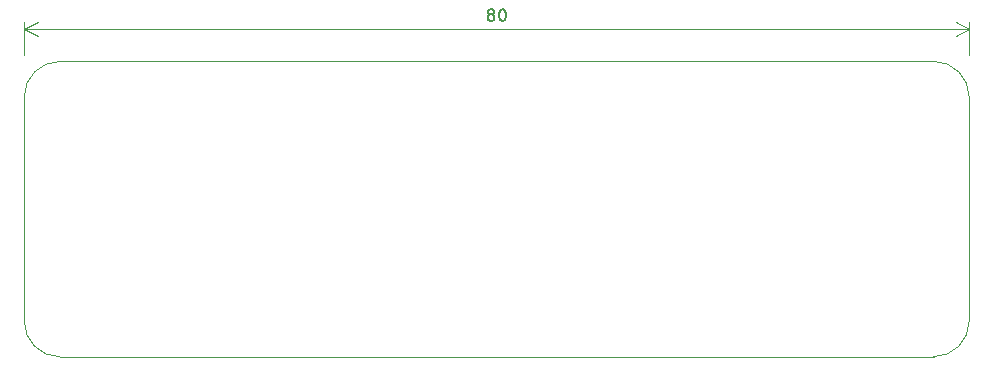
<source format=gbr>
%TF.GenerationSoftware,KiCad,Pcbnew,9.0.7*%
%TF.CreationDate,2026-02-18T00:38:32-05:00*%
%TF.ProjectId,RedPink_STM32C09_Board,52656450-696e-46b5-9f53-544d33324330,rev?*%
%TF.SameCoordinates,Original*%
%TF.FileFunction,Profile,NP*%
%FSLAX46Y46*%
G04 Gerber Fmt 4.6, Leading zero omitted, Abs format (unit mm)*
G04 Created by KiCad (PCBNEW 9.0.7) date 2026-02-18 00:38:32*
%MOMM*%
%LPD*%
G01*
G04 APERTURE LIST*
%TA.AperFunction,Profile*%
%ADD10C,0.100000*%
%TD*%
%ADD11C,0.150000*%
%TA.AperFunction,Profile*%
%ADD12C,0.050000*%
%TD*%
G04 APERTURE END LIST*
D10*
X114750000Y-80000000D02*
G75*
G02*
X111750000Y-77000000I0J3000000D01*
G01*
X111750000Y-58000000D02*
G75*
G02*
X114750000Y-55000000I3000000J0D01*
G01*
X191750000Y-77000000D02*
G75*
G02*
X188750000Y-80000000I-3000000J0D01*
G01*
X188750000Y-55000000D02*
G75*
G02*
X191750000Y-58000000I0J-3000000D01*
G01*
X111750000Y-77000000D02*
X111750000Y-58000000D01*
X188750000Y-80000000D02*
X114750000Y-80000000D01*
X114750000Y-55000000D02*
X188750000Y-55000000D01*
X191750000Y-58000000D02*
X191750000Y-77000000D01*
D11*
X151178571Y-51008390D02*
X151083333Y-50960771D01*
X151083333Y-50960771D02*
X151035714Y-50913152D01*
X151035714Y-50913152D02*
X150988095Y-50817914D01*
X150988095Y-50817914D02*
X150988095Y-50770295D01*
X150988095Y-50770295D02*
X151035714Y-50675057D01*
X151035714Y-50675057D02*
X151083333Y-50627438D01*
X151083333Y-50627438D02*
X151178571Y-50579819D01*
X151178571Y-50579819D02*
X151369047Y-50579819D01*
X151369047Y-50579819D02*
X151464285Y-50627438D01*
X151464285Y-50627438D02*
X151511904Y-50675057D01*
X151511904Y-50675057D02*
X151559523Y-50770295D01*
X151559523Y-50770295D02*
X151559523Y-50817914D01*
X151559523Y-50817914D02*
X151511904Y-50913152D01*
X151511904Y-50913152D02*
X151464285Y-50960771D01*
X151464285Y-50960771D02*
X151369047Y-51008390D01*
X151369047Y-51008390D02*
X151178571Y-51008390D01*
X151178571Y-51008390D02*
X151083333Y-51056009D01*
X151083333Y-51056009D02*
X151035714Y-51103628D01*
X151035714Y-51103628D02*
X150988095Y-51198866D01*
X150988095Y-51198866D02*
X150988095Y-51389342D01*
X150988095Y-51389342D02*
X151035714Y-51484580D01*
X151035714Y-51484580D02*
X151083333Y-51532200D01*
X151083333Y-51532200D02*
X151178571Y-51579819D01*
X151178571Y-51579819D02*
X151369047Y-51579819D01*
X151369047Y-51579819D02*
X151464285Y-51532200D01*
X151464285Y-51532200D02*
X151511904Y-51484580D01*
X151511904Y-51484580D02*
X151559523Y-51389342D01*
X151559523Y-51389342D02*
X151559523Y-51198866D01*
X151559523Y-51198866D02*
X151511904Y-51103628D01*
X151511904Y-51103628D02*
X151464285Y-51056009D01*
X151464285Y-51056009D02*
X151369047Y-51008390D01*
X152178571Y-50579819D02*
X152273809Y-50579819D01*
X152273809Y-50579819D02*
X152369047Y-50627438D01*
X152369047Y-50627438D02*
X152416666Y-50675057D01*
X152416666Y-50675057D02*
X152464285Y-50770295D01*
X152464285Y-50770295D02*
X152511904Y-50960771D01*
X152511904Y-50960771D02*
X152511904Y-51198866D01*
X152511904Y-51198866D02*
X152464285Y-51389342D01*
X152464285Y-51389342D02*
X152416666Y-51484580D01*
X152416666Y-51484580D02*
X152369047Y-51532200D01*
X152369047Y-51532200D02*
X152273809Y-51579819D01*
X152273809Y-51579819D02*
X152178571Y-51579819D01*
X152178571Y-51579819D02*
X152083333Y-51532200D01*
X152083333Y-51532200D02*
X152035714Y-51484580D01*
X152035714Y-51484580D02*
X151988095Y-51389342D01*
X151988095Y-51389342D02*
X151940476Y-51198866D01*
X151940476Y-51198866D02*
X151940476Y-50960771D01*
X151940476Y-50960771D02*
X151988095Y-50770295D01*
X151988095Y-50770295D02*
X152035714Y-50675057D01*
X152035714Y-50675057D02*
X152083333Y-50627438D01*
X152083333Y-50627438D02*
X152178571Y-50579819D01*
D12*
X111750000Y-54500000D02*
X111750000Y-51688580D01*
X191750000Y-51688580D02*
X191750000Y-54500000D01*
X111750000Y-52275000D02*
X191750000Y-52275000D01*
X111750000Y-52275000D02*
X112876504Y-51688579D01*
X111750000Y-52275000D02*
X112876504Y-52861421D01*
X191750000Y-52275000D02*
X190623496Y-52861421D01*
X191750000Y-52275000D02*
X190623496Y-51688579D01*
M02*

</source>
